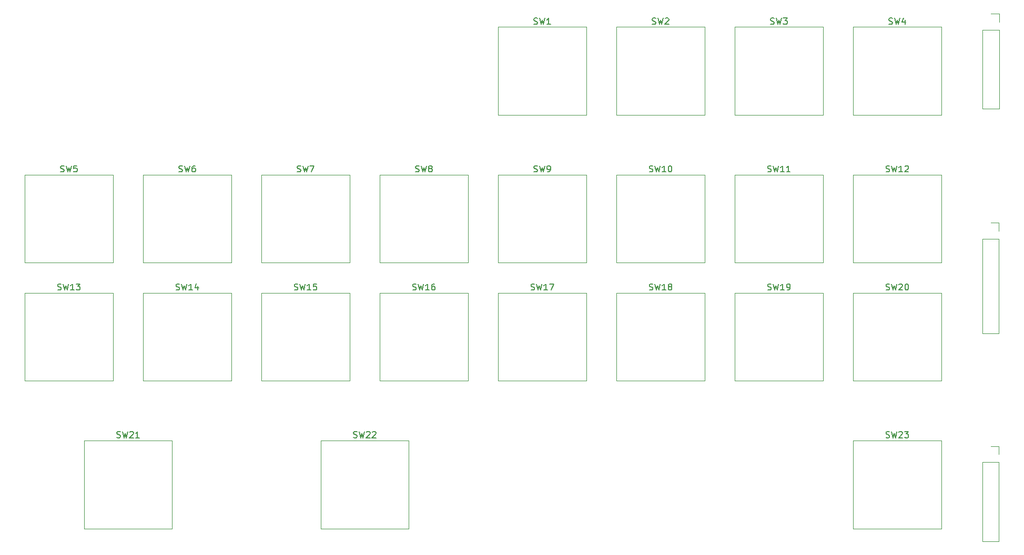
<source format=gbr>
%TF.GenerationSoftware,KiCad,Pcbnew,8.0.8*%
%TF.CreationDate,2025-02-25T14:58:14+00:00*%
%TF.ProjectId,16-steps,31362d73-7465-4707-932e-6b696361645f,rev?*%
%TF.SameCoordinates,Original*%
%TF.FileFunction,Legend,Top*%
%TF.FilePolarity,Positive*%
%FSLAX46Y46*%
G04 Gerber Fmt 4.6, Leading zero omitted, Abs format (unit mm)*
G04 Created by KiCad (PCBNEW 8.0.8) date 2025-02-25 14:58:14*
%MOMM*%
%LPD*%
G01*
G04 APERTURE LIST*
%ADD10C,0.150000*%
%ADD11C,0.120000*%
G04 APERTURE END LIST*
D10*
X169640476Y-73369700D02*
X169783333Y-73417319D01*
X169783333Y-73417319D02*
X170021428Y-73417319D01*
X170021428Y-73417319D02*
X170116666Y-73369700D01*
X170116666Y-73369700D02*
X170164285Y-73322080D01*
X170164285Y-73322080D02*
X170211904Y-73226842D01*
X170211904Y-73226842D02*
X170211904Y-73131604D01*
X170211904Y-73131604D02*
X170164285Y-73036366D01*
X170164285Y-73036366D02*
X170116666Y-72988747D01*
X170116666Y-72988747D02*
X170021428Y-72941128D01*
X170021428Y-72941128D02*
X169830952Y-72893509D01*
X169830952Y-72893509D02*
X169735714Y-72845890D01*
X169735714Y-72845890D02*
X169688095Y-72798271D01*
X169688095Y-72798271D02*
X169640476Y-72703033D01*
X169640476Y-72703033D02*
X169640476Y-72607795D01*
X169640476Y-72607795D02*
X169688095Y-72512557D01*
X169688095Y-72512557D02*
X169735714Y-72464938D01*
X169735714Y-72464938D02*
X169830952Y-72417319D01*
X169830952Y-72417319D02*
X170069047Y-72417319D01*
X170069047Y-72417319D02*
X170211904Y-72464938D01*
X170545238Y-72417319D02*
X170783333Y-73417319D01*
X170783333Y-73417319D02*
X170973809Y-72703033D01*
X170973809Y-72703033D02*
X171164285Y-73417319D01*
X171164285Y-73417319D02*
X171402381Y-72417319D01*
X171735714Y-72512557D02*
X171783333Y-72464938D01*
X171783333Y-72464938D02*
X171878571Y-72417319D01*
X171878571Y-72417319D02*
X172116666Y-72417319D01*
X172116666Y-72417319D02*
X172211904Y-72464938D01*
X172211904Y-72464938D02*
X172259523Y-72512557D01*
X172259523Y-72512557D02*
X172307142Y-72607795D01*
X172307142Y-72607795D02*
X172307142Y-72703033D01*
X172307142Y-72703033D02*
X172259523Y-72845890D01*
X172259523Y-72845890D02*
X171688095Y-73417319D01*
X171688095Y-73417319D02*
X172307142Y-73417319D01*
X172926190Y-72417319D02*
X173021428Y-72417319D01*
X173021428Y-72417319D02*
X173116666Y-72464938D01*
X173116666Y-72464938D02*
X173164285Y-72512557D01*
X173164285Y-72512557D02*
X173211904Y-72607795D01*
X173211904Y-72607795D02*
X173259523Y-72798271D01*
X173259523Y-72798271D02*
X173259523Y-73036366D01*
X173259523Y-73036366D02*
X173211904Y-73226842D01*
X173211904Y-73226842D02*
X173164285Y-73322080D01*
X173164285Y-73322080D02*
X173116666Y-73369700D01*
X173116666Y-73369700D02*
X173021428Y-73417319D01*
X173021428Y-73417319D02*
X172926190Y-73417319D01*
X172926190Y-73417319D02*
X172830952Y-73369700D01*
X172830952Y-73369700D02*
X172783333Y-73322080D01*
X172783333Y-73322080D02*
X172735714Y-73226842D01*
X172735714Y-73226842D02*
X172688095Y-73036366D01*
X172688095Y-73036366D02*
X172688095Y-72798271D01*
X172688095Y-72798271D02*
X172735714Y-72607795D01*
X172735714Y-72607795D02*
X172783333Y-72512557D01*
X172783333Y-72512557D02*
X172830952Y-72464938D01*
X172830952Y-72464938D02*
X172926190Y-72417319D01*
X55340476Y-73369700D02*
X55483333Y-73417319D01*
X55483333Y-73417319D02*
X55721428Y-73417319D01*
X55721428Y-73417319D02*
X55816666Y-73369700D01*
X55816666Y-73369700D02*
X55864285Y-73322080D01*
X55864285Y-73322080D02*
X55911904Y-73226842D01*
X55911904Y-73226842D02*
X55911904Y-73131604D01*
X55911904Y-73131604D02*
X55864285Y-73036366D01*
X55864285Y-73036366D02*
X55816666Y-72988747D01*
X55816666Y-72988747D02*
X55721428Y-72941128D01*
X55721428Y-72941128D02*
X55530952Y-72893509D01*
X55530952Y-72893509D02*
X55435714Y-72845890D01*
X55435714Y-72845890D02*
X55388095Y-72798271D01*
X55388095Y-72798271D02*
X55340476Y-72703033D01*
X55340476Y-72703033D02*
X55340476Y-72607795D01*
X55340476Y-72607795D02*
X55388095Y-72512557D01*
X55388095Y-72512557D02*
X55435714Y-72464938D01*
X55435714Y-72464938D02*
X55530952Y-72417319D01*
X55530952Y-72417319D02*
X55769047Y-72417319D01*
X55769047Y-72417319D02*
X55911904Y-72464938D01*
X56245238Y-72417319D02*
X56483333Y-73417319D01*
X56483333Y-73417319D02*
X56673809Y-72703033D01*
X56673809Y-72703033D02*
X56864285Y-73417319D01*
X56864285Y-73417319D02*
X57102381Y-72417319D01*
X58007142Y-73417319D02*
X57435714Y-73417319D01*
X57721428Y-73417319D02*
X57721428Y-72417319D01*
X57721428Y-72417319D02*
X57626190Y-72560176D01*
X57626190Y-72560176D02*
X57530952Y-72655414D01*
X57530952Y-72655414D02*
X57435714Y-72703033D01*
X58864285Y-72750652D02*
X58864285Y-73417319D01*
X58626190Y-72369700D02*
X58388095Y-73083985D01*
X58388095Y-73083985D02*
X59007142Y-73083985D01*
X36290476Y-73369700D02*
X36433333Y-73417319D01*
X36433333Y-73417319D02*
X36671428Y-73417319D01*
X36671428Y-73417319D02*
X36766666Y-73369700D01*
X36766666Y-73369700D02*
X36814285Y-73322080D01*
X36814285Y-73322080D02*
X36861904Y-73226842D01*
X36861904Y-73226842D02*
X36861904Y-73131604D01*
X36861904Y-73131604D02*
X36814285Y-73036366D01*
X36814285Y-73036366D02*
X36766666Y-72988747D01*
X36766666Y-72988747D02*
X36671428Y-72941128D01*
X36671428Y-72941128D02*
X36480952Y-72893509D01*
X36480952Y-72893509D02*
X36385714Y-72845890D01*
X36385714Y-72845890D02*
X36338095Y-72798271D01*
X36338095Y-72798271D02*
X36290476Y-72703033D01*
X36290476Y-72703033D02*
X36290476Y-72607795D01*
X36290476Y-72607795D02*
X36338095Y-72512557D01*
X36338095Y-72512557D02*
X36385714Y-72464938D01*
X36385714Y-72464938D02*
X36480952Y-72417319D01*
X36480952Y-72417319D02*
X36719047Y-72417319D01*
X36719047Y-72417319D02*
X36861904Y-72464938D01*
X37195238Y-72417319D02*
X37433333Y-73417319D01*
X37433333Y-73417319D02*
X37623809Y-72703033D01*
X37623809Y-72703033D02*
X37814285Y-73417319D01*
X37814285Y-73417319D02*
X38052381Y-72417319D01*
X38957142Y-73417319D02*
X38385714Y-73417319D01*
X38671428Y-73417319D02*
X38671428Y-72417319D01*
X38671428Y-72417319D02*
X38576190Y-72560176D01*
X38576190Y-72560176D02*
X38480952Y-72655414D01*
X38480952Y-72655414D02*
X38385714Y-72703033D01*
X39290476Y-72417319D02*
X39909523Y-72417319D01*
X39909523Y-72417319D02*
X39576190Y-72798271D01*
X39576190Y-72798271D02*
X39719047Y-72798271D01*
X39719047Y-72798271D02*
X39814285Y-72845890D01*
X39814285Y-72845890D02*
X39861904Y-72893509D01*
X39861904Y-72893509D02*
X39909523Y-72988747D01*
X39909523Y-72988747D02*
X39909523Y-73226842D01*
X39909523Y-73226842D02*
X39861904Y-73322080D01*
X39861904Y-73322080D02*
X39814285Y-73369700D01*
X39814285Y-73369700D02*
X39719047Y-73417319D01*
X39719047Y-73417319D02*
X39433333Y-73417319D01*
X39433333Y-73417319D02*
X39338095Y-73369700D01*
X39338095Y-73369700D02*
X39290476Y-73322080D01*
X74866667Y-54319700D02*
X75009524Y-54367319D01*
X75009524Y-54367319D02*
X75247619Y-54367319D01*
X75247619Y-54367319D02*
X75342857Y-54319700D01*
X75342857Y-54319700D02*
X75390476Y-54272080D01*
X75390476Y-54272080D02*
X75438095Y-54176842D01*
X75438095Y-54176842D02*
X75438095Y-54081604D01*
X75438095Y-54081604D02*
X75390476Y-53986366D01*
X75390476Y-53986366D02*
X75342857Y-53938747D01*
X75342857Y-53938747D02*
X75247619Y-53891128D01*
X75247619Y-53891128D02*
X75057143Y-53843509D01*
X75057143Y-53843509D02*
X74961905Y-53795890D01*
X74961905Y-53795890D02*
X74914286Y-53748271D01*
X74914286Y-53748271D02*
X74866667Y-53653033D01*
X74866667Y-53653033D02*
X74866667Y-53557795D01*
X74866667Y-53557795D02*
X74914286Y-53462557D01*
X74914286Y-53462557D02*
X74961905Y-53414938D01*
X74961905Y-53414938D02*
X75057143Y-53367319D01*
X75057143Y-53367319D02*
X75295238Y-53367319D01*
X75295238Y-53367319D02*
X75438095Y-53414938D01*
X75771429Y-53367319D02*
X76009524Y-54367319D01*
X76009524Y-54367319D02*
X76200000Y-53653033D01*
X76200000Y-53653033D02*
X76390476Y-54367319D01*
X76390476Y-54367319D02*
X76628572Y-53367319D01*
X76914286Y-53367319D02*
X77580952Y-53367319D01*
X77580952Y-53367319D02*
X77152381Y-54367319D01*
X74390476Y-73369700D02*
X74533333Y-73417319D01*
X74533333Y-73417319D02*
X74771428Y-73417319D01*
X74771428Y-73417319D02*
X74866666Y-73369700D01*
X74866666Y-73369700D02*
X74914285Y-73322080D01*
X74914285Y-73322080D02*
X74961904Y-73226842D01*
X74961904Y-73226842D02*
X74961904Y-73131604D01*
X74961904Y-73131604D02*
X74914285Y-73036366D01*
X74914285Y-73036366D02*
X74866666Y-72988747D01*
X74866666Y-72988747D02*
X74771428Y-72941128D01*
X74771428Y-72941128D02*
X74580952Y-72893509D01*
X74580952Y-72893509D02*
X74485714Y-72845890D01*
X74485714Y-72845890D02*
X74438095Y-72798271D01*
X74438095Y-72798271D02*
X74390476Y-72703033D01*
X74390476Y-72703033D02*
X74390476Y-72607795D01*
X74390476Y-72607795D02*
X74438095Y-72512557D01*
X74438095Y-72512557D02*
X74485714Y-72464938D01*
X74485714Y-72464938D02*
X74580952Y-72417319D01*
X74580952Y-72417319D02*
X74819047Y-72417319D01*
X74819047Y-72417319D02*
X74961904Y-72464938D01*
X75295238Y-72417319D02*
X75533333Y-73417319D01*
X75533333Y-73417319D02*
X75723809Y-72703033D01*
X75723809Y-72703033D02*
X75914285Y-73417319D01*
X75914285Y-73417319D02*
X76152381Y-72417319D01*
X77057142Y-73417319D02*
X76485714Y-73417319D01*
X76771428Y-73417319D02*
X76771428Y-72417319D01*
X76771428Y-72417319D02*
X76676190Y-72560176D01*
X76676190Y-72560176D02*
X76580952Y-72655414D01*
X76580952Y-72655414D02*
X76485714Y-72703033D01*
X77961904Y-72417319D02*
X77485714Y-72417319D01*
X77485714Y-72417319D02*
X77438095Y-72893509D01*
X77438095Y-72893509D02*
X77485714Y-72845890D01*
X77485714Y-72845890D02*
X77580952Y-72798271D01*
X77580952Y-72798271D02*
X77819047Y-72798271D01*
X77819047Y-72798271D02*
X77914285Y-72845890D01*
X77914285Y-72845890D02*
X77961904Y-72893509D01*
X77961904Y-72893509D02*
X78009523Y-72988747D01*
X78009523Y-72988747D02*
X78009523Y-73226842D01*
X78009523Y-73226842D02*
X77961904Y-73322080D01*
X77961904Y-73322080D02*
X77914285Y-73369700D01*
X77914285Y-73369700D02*
X77819047Y-73417319D01*
X77819047Y-73417319D02*
X77580952Y-73417319D01*
X77580952Y-73417319D02*
X77485714Y-73369700D01*
X77485714Y-73369700D02*
X77438095Y-73322080D01*
X170116667Y-30507200D02*
X170259524Y-30554819D01*
X170259524Y-30554819D02*
X170497619Y-30554819D01*
X170497619Y-30554819D02*
X170592857Y-30507200D01*
X170592857Y-30507200D02*
X170640476Y-30459580D01*
X170640476Y-30459580D02*
X170688095Y-30364342D01*
X170688095Y-30364342D02*
X170688095Y-30269104D01*
X170688095Y-30269104D02*
X170640476Y-30173866D01*
X170640476Y-30173866D02*
X170592857Y-30126247D01*
X170592857Y-30126247D02*
X170497619Y-30078628D01*
X170497619Y-30078628D02*
X170307143Y-30031009D01*
X170307143Y-30031009D02*
X170211905Y-29983390D01*
X170211905Y-29983390D02*
X170164286Y-29935771D01*
X170164286Y-29935771D02*
X170116667Y-29840533D01*
X170116667Y-29840533D02*
X170116667Y-29745295D01*
X170116667Y-29745295D02*
X170164286Y-29650057D01*
X170164286Y-29650057D02*
X170211905Y-29602438D01*
X170211905Y-29602438D02*
X170307143Y-29554819D01*
X170307143Y-29554819D02*
X170545238Y-29554819D01*
X170545238Y-29554819D02*
X170688095Y-29602438D01*
X171021429Y-29554819D02*
X171259524Y-30554819D01*
X171259524Y-30554819D02*
X171450000Y-29840533D01*
X171450000Y-29840533D02*
X171640476Y-30554819D01*
X171640476Y-30554819D02*
X171878572Y-29554819D01*
X172688095Y-29888152D02*
X172688095Y-30554819D01*
X172450000Y-29507200D02*
X172211905Y-30221485D01*
X172211905Y-30221485D02*
X172830952Y-30221485D01*
X93440476Y-73369700D02*
X93583333Y-73417319D01*
X93583333Y-73417319D02*
X93821428Y-73417319D01*
X93821428Y-73417319D02*
X93916666Y-73369700D01*
X93916666Y-73369700D02*
X93964285Y-73322080D01*
X93964285Y-73322080D02*
X94011904Y-73226842D01*
X94011904Y-73226842D02*
X94011904Y-73131604D01*
X94011904Y-73131604D02*
X93964285Y-73036366D01*
X93964285Y-73036366D02*
X93916666Y-72988747D01*
X93916666Y-72988747D02*
X93821428Y-72941128D01*
X93821428Y-72941128D02*
X93630952Y-72893509D01*
X93630952Y-72893509D02*
X93535714Y-72845890D01*
X93535714Y-72845890D02*
X93488095Y-72798271D01*
X93488095Y-72798271D02*
X93440476Y-72703033D01*
X93440476Y-72703033D02*
X93440476Y-72607795D01*
X93440476Y-72607795D02*
X93488095Y-72512557D01*
X93488095Y-72512557D02*
X93535714Y-72464938D01*
X93535714Y-72464938D02*
X93630952Y-72417319D01*
X93630952Y-72417319D02*
X93869047Y-72417319D01*
X93869047Y-72417319D02*
X94011904Y-72464938D01*
X94345238Y-72417319D02*
X94583333Y-73417319D01*
X94583333Y-73417319D02*
X94773809Y-72703033D01*
X94773809Y-72703033D02*
X94964285Y-73417319D01*
X94964285Y-73417319D02*
X95202381Y-72417319D01*
X96107142Y-73417319D02*
X95535714Y-73417319D01*
X95821428Y-73417319D02*
X95821428Y-72417319D01*
X95821428Y-72417319D02*
X95726190Y-72560176D01*
X95726190Y-72560176D02*
X95630952Y-72655414D01*
X95630952Y-72655414D02*
X95535714Y-72703033D01*
X96964285Y-72417319D02*
X96773809Y-72417319D01*
X96773809Y-72417319D02*
X96678571Y-72464938D01*
X96678571Y-72464938D02*
X96630952Y-72512557D01*
X96630952Y-72512557D02*
X96535714Y-72655414D01*
X96535714Y-72655414D02*
X96488095Y-72845890D01*
X96488095Y-72845890D02*
X96488095Y-73226842D01*
X96488095Y-73226842D02*
X96535714Y-73322080D01*
X96535714Y-73322080D02*
X96583333Y-73369700D01*
X96583333Y-73369700D02*
X96678571Y-73417319D01*
X96678571Y-73417319D02*
X96869047Y-73417319D01*
X96869047Y-73417319D02*
X96964285Y-73369700D01*
X96964285Y-73369700D02*
X97011904Y-73322080D01*
X97011904Y-73322080D02*
X97059523Y-73226842D01*
X97059523Y-73226842D02*
X97059523Y-72988747D01*
X97059523Y-72988747D02*
X97011904Y-72893509D01*
X97011904Y-72893509D02*
X96964285Y-72845890D01*
X96964285Y-72845890D02*
X96869047Y-72798271D01*
X96869047Y-72798271D02*
X96678571Y-72798271D01*
X96678571Y-72798271D02*
X96583333Y-72845890D01*
X96583333Y-72845890D02*
X96535714Y-72893509D01*
X96535714Y-72893509D02*
X96488095Y-72988747D01*
X132016667Y-30507200D02*
X132159524Y-30554819D01*
X132159524Y-30554819D02*
X132397619Y-30554819D01*
X132397619Y-30554819D02*
X132492857Y-30507200D01*
X132492857Y-30507200D02*
X132540476Y-30459580D01*
X132540476Y-30459580D02*
X132588095Y-30364342D01*
X132588095Y-30364342D02*
X132588095Y-30269104D01*
X132588095Y-30269104D02*
X132540476Y-30173866D01*
X132540476Y-30173866D02*
X132492857Y-30126247D01*
X132492857Y-30126247D02*
X132397619Y-30078628D01*
X132397619Y-30078628D02*
X132207143Y-30031009D01*
X132207143Y-30031009D02*
X132111905Y-29983390D01*
X132111905Y-29983390D02*
X132064286Y-29935771D01*
X132064286Y-29935771D02*
X132016667Y-29840533D01*
X132016667Y-29840533D02*
X132016667Y-29745295D01*
X132016667Y-29745295D02*
X132064286Y-29650057D01*
X132064286Y-29650057D02*
X132111905Y-29602438D01*
X132111905Y-29602438D02*
X132207143Y-29554819D01*
X132207143Y-29554819D02*
X132445238Y-29554819D01*
X132445238Y-29554819D02*
X132588095Y-29602438D01*
X132921429Y-29554819D02*
X133159524Y-30554819D01*
X133159524Y-30554819D02*
X133350000Y-29840533D01*
X133350000Y-29840533D02*
X133540476Y-30554819D01*
X133540476Y-30554819D02*
X133778572Y-29554819D01*
X134111905Y-29650057D02*
X134159524Y-29602438D01*
X134159524Y-29602438D02*
X134254762Y-29554819D01*
X134254762Y-29554819D02*
X134492857Y-29554819D01*
X134492857Y-29554819D02*
X134588095Y-29602438D01*
X134588095Y-29602438D02*
X134635714Y-29650057D01*
X134635714Y-29650057D02*
X134683333Y-29745295D01*
X134683333Y-29745295D02*
X134683333Y-29840533D01*
X134683333Y-29840533D02*
X134635714Y-29983390D01*
X134635714Y-29983390D02*
X134064286Y-30554819D01*
X134064286Y-30554819D02*
X134683333Y-30554819D01*
X36766667Y-54319700D02*
X36909524Y-54367319D01*
X36909524Y-54367319D02*
X37147619Y-54367319D01*
X37147619Y-54367319D02*
X37242857Y-54319700D01*
X37242857Y-54319700D02*
X37290476Y-54272080D01*
X37290476Y-54272080D02*
X37338095Y-54176842D01*
X37338095Y-54176842D02*
X37338095Y-54081604D01*
X37338095Y-54081604D02*
X37290476Y-53986366D01*
X37290476Y-53986366D02*
X37242857Y-53938747D01*
X37242857Y-53938747D02*
X37147619Y-53891128D01*
X37147619Y-53891128D02*
X36957143Y-53843509D01*
X36957143Y-53843509D02*
X36861905Y-53795890D01*
X36861905Y-53795890D02*
X36814286Y-53748271D01*
X36814286Y-53748271D02*
X36766667Y-53653033D01*
X36766667Y-53653033D02*
X36766667Y-53557795D01*
X36766667Y-53557795D02*
X36814286Y-53462557D01*
X36814286Y-53462557D02*
X36861905Y-53414938D01*
X36861905Y-53414938D02*
X36957143Y-53367319D01*
X36957143Y-53367319D02*
X37195238Y-53367319D01*
X37195238Y-53367319D02*
X37338095Y-53414938D01*
X37671429Y-53367319D02*
X37909524Y-54367319D01*
X37909524Y-54367319D02*
X38100000Y-53653033D01*
X38100000Y-53653033D02*
X38290476Y-54367319D01*
X38290476Y-54367319D02*
X38528572Y-53367319D01*
X39385714Y-53367319D02*
X38909524Y-53367319D01*
X38909524Y-53367319D02*
X38861905Y-53843509D01*
X38861905Y-53843509D02*
X38909524Y-53795890D01*
X38909524Y-53795890D02*
X39004762Y-53748271D01*
X39004762Y-53748271D02*
X39242857Y-53748271D01*
X39242857Y-53748271D02*
X39338095Y-53795890D01*
X39338095Y-53795890D02*
X39385714Y-53843509D01*
X39385714Y-53843509D02*
X39433333Y-53938747D01*
X39433333Y-53938747D02*
X39433333Y-54176842D01*
X39433333Y-54176842D02*
X39385714Y-54272080D01*
X39385714Y-54272080D02*
X39338095Y-54319700D01*
X39338095Y-54319700D02*
X39242857Y-54367319D01*
X39242857Y-54367319D02*
X39004762Y-54367319D01*
X39004762Y-54367319D02*
X38909524Y-54319700D01*
X38909524Y-54319700D02*
X38861905Y-54272080D01*
X150590476Y-54319700D02*
X150733333Y-54367319D01*
X150733333Y-54367319D02*
X150971428Y-54367319D01*
X150971428Y-54367319D02*
X151066666Y-54319700D01*
X151066666Y-54319700D02*
X151114285Y-54272080D01*
X151114285Y-54272080D02*
X151161904Y-54176842D01*
X151161904Y-54176842D02*
X151161904Y-54081604D01*
X151161904Y-54081604D02*
X151114285Y-53986366D01*
X151114285Y-53986366D02*
X151066666Y-53938747D01*
X151066666Y-53938747D02*
X150971428Y-53891128D01*
X150971428Y-53891128D02*
X150780952Y-53843509D01*
X150780952Y-53843509D02*
X150685714Y-53795890D01*
X150685714Y-53795890D02*
X150638095Y-53748271D01*
X150638095Y-53748271D02*
X150590476Y-53653033D01*
X150590476Y-53653033D02*
X150590476Y-53557795D01*
X150590476Y-53557795D02*
X150638095Y-53462557D01*
X150638095Y-53462557D02*
X150685714Y-53414938D01*
X150685714Y-53414938D02*
X150780952Y-53367319D01*
X150780952Y-53367319D02*
X151019047Y-53367319D01*
X151019047Y-53367319D02*
X151161904Y-53414938D01*
X151495238Y-53367319D02*
X151733333Y-54367319D01*
X151733333Y-54367319D02*
X151923809Y-53653033D01*
X151923809Y-53653033D02*
X152114285Y-54367319D01*
X152114285Y-54367319D02*
X152352381Y-53367319D01*
X153257142Y-54367319D02*
X152685714Y-54367319D01*
X152971428Y-54367319D02*
X152971428Y-53367319D01*
X152971428Y-53367319D02*
X152876190Y-53510176D01*
X152876190Y-53510176D02*
X152780952Y-53605414D01*
X152780952Y-53605414D02*
X152685714Y-53653033D01*
X154209523Y-54367319D02*
X153638095Y-54367319D01*
X153923809Y-54367319D02*
X153923809Y-53367319D01*
X153923809Y-53367319D02*
X153828571Y-53510176D01*
X153828571Y-53510176D02*
X153733333Y-53605414D01*
X153733333Y-53605414D02*
X153638095Y-53653033D01*
X112966667Y-30507200D02*
X113109524Y-30554819D01*
X113109524Y-30554819D02*
X113347619Y-30554819D01*
X113347619Y-30554819D02*
X113442857Y-30507200D01*
X113442857Y-30507200D02*
X113490476Y-30459580D01*
X113490476Y-30459580D02*
X113538095Y-30364342D01*
X113538095Y-30364342D02*
X113538095Y-30269104D01*
X113538095Y-30269104D02*
X113490476Y-30173866D01*
X113490476Y-30173866D02*
X113442857Y-30126247D01*
X113442857Y-30126247D02*
X113347619Y-30078628D01*
X113347619Y-30078628D02*
X113157143Y-30031009D01*
X113157143Y-30031009D02*
X113061905Y-29983390D01*
X113061905Y-29983390D02*
X113014286Y-29935771D01*
X113014286Y-29935771D02*
X112966667Y-29840533D01*
X112966667Y-29840533D02*
X112966667Y-29745295D01*
X112966667Y-29745295D02*
X113014286Y-29650057D01*
X113014286Y-29650057D02*
X113061905Y-29602438D01*
X113061905Y-29602438D02*
X113157143Y-29554819D01*
X113157143Y-29554819D02*
X113395238Y-29554819D01*
X113395238Y-29554819D02*
X113538095Y-29602438D01*
X113871429Y-29554819D02*
X114109524Y-30554819D01*
X114109524Y-30554819D02*
X114300000Y-29840533D01*
X114300000Y-29840533D02*
X114490476Y-30554819D01*
X114490476Y-30554819D02*
X114728572Y-29554819D01*
X115633333Y-30554819D02*
X115061905Y-30554819D01*
X115347619Y-30554819D02*
X115347619Y-29554819D01*
X115347619Y-29554819D02*
X115252381Y-29697676D01*
X115252381Y-29697676D02*
X115157143Y-29792914D01*
X115157143Y-29792914D02*
X115061905Y-29840533D01*
X112490476Y-73369700D02*
X112633333Y-73417319D01*
X112633333Y-73417319D02*
X112871428Y-73417319D01*
X112871428Y-73417319D02*
X112966666Y-73369700D01*
X112966666Y-73369700D02*
X113014285Y-73322080D01*
X113014285Y-73322080D02*
X113061904Y-73226842D01*
X113061904Y-73226842D02*
X113061904Y-73131604D01*
X113061904Y-73131604D02*
X113014285Y-73036366D01*
X113014285Y-73036366D02*
X112966666Y-72988747D01*
X112966666Y-72988747D02*
X112871428Y-72941128D01*
X112871428Y-72941128D02*
X112680952Y-72893509D01*
X112680952Y-72893509D02*
X112585714Y-72845890D01*
X112585714Y-72845890D02*
X112538095Y-72798271D01*
X112538095Y-72798271D02*
X112490476Y-72703033D01*
X112490476Y-72703033D02*
X112490476Y-72607795D01*
X112490476Y-72607795D02*
X112538095Y-72512557D01*
X112538095Y-72512557D02*
X112585714Y-72464938D01*
X112585714Y-72464938D02*
X112680952Y-72417319D01*
X112680952Y-72417319D02*
X112919047Y-72417319D01*
X112919047Y-72417319D02*
X113061904Y-72464938D01*
X113395238Y-72417319D02*
X113633333Y-73417319D01*
X113633333Y-73417319D02*
X113823809Y-72703033D01*
X113823809Y-72703033D02*
X114014285Y-73417319D01*
X114014285Y-73417319D02*
X114252381Y-72417319D01*
X115157142Y-73417319D02*
X114585714Y-73417319D01*
X114871428Y-73417319D02*
X114871428Y-72417319D01*
X114871428Y-72417319D02*
X114776190Y-72560176D01*
X114776190Y-72560176D02*
X114680952Y-72655414D01*
X114680952Y-72655414D02*
X114585714Y-72703033D01*
X115490476Y-72417319D02*
X116157142Y-72417319D01*
X116157142Y-72417319D02*
X115728571Y-73417319D01*
X131540476Y-73369700D02*
X131683333Y-73417319D01*
X131683333Y-73417319D02*
X131921428Y-73417319D01*
X131921428Y-73417319D02*
X132016666Y-73369700D01*
X132016666Y-73369700D02*
X132064285Y-73322080D01*
X132064285Y-73322080D02*
X132111904Y-73226842D01*
X132111904Y-73226842D02*
X132111904Y-73131604D01*
X132111904Y-73131604D02*
X132064285Y-73036366D01*
X132064285Y-73036366D02*
X132016666Y-72988747D01*
X132016666Y-72988747D02*
X131921428Y-72941128D01*
X131921428Y-72941128D02*
X131730952Y-72893509D01*
X131730952Y-72893509D02*
X131635714Y-72845890D01*
X131635714Y-72845890D02*
X131588095Y-72798271D01*
X131588095Y-72798271D02*
X131540476Y-72703033D01*
X131540476Y-72703033D02*
X131540476Y-72607795D01*
X131540476Y-72607795D02*
X131588095Y-72512557D01*
X131588095Y-72512557D02*
X131635714Y-72464938D01*
X131635714Y-72464938D02*
X131730952Y-72417319D01*
X131730952Y-72417319D02*
X131969047Y-72417319D01*
X131969047Y-72417319D02*
X132111904Y-72464938D01*
X132445238Y-72417319D02*
X132683333Y-73417319D01*
X132683333Y-73417319D02*
X132873809Y-72703033D01*
X132873809Y-72703033D02*
X133064285Y-73417319D01*
X133064285Y-73417319D02*
X133302381Y-72417319D01*
X134207142Y-73417319D02*
X133635714Y-73417319D01*
X133921428Y-73417319D02*
X133921428Y-72417319D01*
X133921428Y-72417319D02*
X133826190Y-72560176D01*
X133826190Y-72560176D02*
X133730952Y-72655414D01*
X133730952Y-72655414D02*
X133635714Y-72703033D01*
X134778571Y-72845890D02*
X134683333Y-72798271D01*
X134683333Y-72798271D02*
X134635714Y-72750652D01*
X134635714Y-72750652D02*
X134588095Y-72655414D01*
X134588095Y-72655414D02*
X134588095Y-72607795D01*
X134588095Y-72607795D02*
X134635714Y-72512557D01*
X134635714Y-72512557D02*
X134683333Y-72464938D01*
X134683333Y-72464938D02*
X134778571Y-72417319D01*
X134778571Y-72417319D02*
X134969047Y-72417319D01*
X134969047Y-72417319D02*
X135064285Y-72464938D01*
X135064285Y-72464938D02*
X135111904Y-72512557D01*
X135111904Y-72512557D02*
X135159523Y-72607795D01*
X135159523Y-72607795D02*
X135159523Y-72655414D01*
X135159523Y-72655414D02*
X135111904Y-72750652D01*
X135111904Y-72750652D02*
X135064285Y-72798271D01*
X135064285Y-72798271D02*
X134969047Y-72845890D01*
X134969047Y-72845890D02*
X134778571Y-72845890D01*
X134778571Y-72845890D02*
X134683333Y-72893509D01*
X134683333Y-72893509D02*
X134635714Y-72941128D01*
X134635714Y-72941128D02*
X134588095Y-73036366D01*
X134588095Y-73036366D02*
X134588095Y-73226842D01*
X134588095Y-73226842D02*
X134635714Y-73322080D01*
X134635714Y-73322080D02*
X134683333Y-73369700D01*
X134683333Y-73369700D02*
X134778571Y-73417319D01*
X134778571Y-73417319D02*
X134969047Y-73417319D01*
X134969047Y-73417319D02*
X135064285Y-73369700D01*
X135064285Y-73369700D02*
X135111904Y-73322080D01*
X135111904Y-73322080D02*
X135159523Y-73226842D01*
X135159523Y-73226842D02*
X135159523Y-73036366D01*
X135159523Y-73036366D02*
X135111904Y-72941128D01*
X135111904Y-72941128D02*
X135064285Y-72893509D01*
X135064285Y-72893509D02*
X134969047Y-72845890D01*
X169640476Y-54319700D02*
X169783333Y-54367319D01*
X169783333Y-54367319D02*
X170021428Y-54367319D01*
X170021428Y-54367319D02*
X170116666Y-54319700D01*
X170116666Y-54319700D02*
X170164285Y-54272080D01*
X170164285Y-54272080D02*
X170211904Y-54176842D01*
X170211904Y-54176842D02*
X170211904Y-54081604D01*
X170211904Y-54081604D02*
X170164285Y-53986366D01*
X170164285Y-53986366D02*
X170116666Y-53938747D01*
X170116666Y-53938747D02*
X170021428Y-53891128D01*
X170021428Y-53891128D02*
X169830952Y-53843509D01*
X169830952Y-53843509D02*
X169735714Y-53795890D01*
X169735714Y-53795890D02*
X169688095Y-53748271D01*
X169688095Y-53748271D02*
X169640476Y-53653033D01*
X169640476Y-53653033D02*
X169640476Y-53557795D01*
X169640476Y-53557795D02*
X169688095Y-53462557D01*
X169688095Y-53462557D02*
X169735714Y-53414938D01*
X169735714Y-53414938D02*
X169830952Y-53367319D01*
X169830952Y-53367319D02*
X170069047Y-53367319D01*
X170069047Y-53367319D02*
X170211904Y-53414938D01*
X170545238Y-53367319D02*
X170783333Y-54367319D01*
X170783333Y-54367319D02*
X170973809Y-53653033D01*
X170973809Y-53653033D02*
X171164285Y-54367319D01*
X171164285Y-54367319D02*
X171402381Y-53367319D01*
X172307142Y-54367319D02*
X171735714Y-54367319D01*
X172021428Y-54367319D02*
X172021428Y-53367319D01*
X172021428Y-53367319D02*
X171926190Y-53510176D01*
X171926190Y-53510176D02*
X171830952Y-53605414D01*
X171830952Y-53605414D02*
X171735714Y-53653033D01*
X172688095Y-53462557D02*
X172735714Y-53414938D01*
X172735714Y-53414938D02*
X172830952Y-53367319D01*
X172830952Y-53367319D02*
X173069047Y-53367319D01*
X173069047Y-53367319D02*
X173164285Y-53414938D01*
X173164285Y-53414938D02*
X173211904Y-53462557D01*
X173211904Y-53462557D02*
X173259523Y-53557795D01*
X173259523Y-53557795D02*
X173259523Y-53653033D01*
X173259523Y-53653033D02*
X173211904Y-53795890D01*
X173211904Y-53795890D02*
X172640476Y-54367319D01*
X172640476Y-54367319D02*
X173259523Y-54367319D01*
X112966667Y-54319700D02*
X113109524Y-54367319D01*
X113109524Y-54367319D02*
X113347619Y-54367319D01*
X113347619Y-54367319D02*
X113442857Y-54319700D01*
X113442857Y-54319700D02*
X113490476Y-54272080D01*
X113490476Y-54272080D02*
X113538095Y-54176842D01*
X113538095Y-54176842D02*
X113538095Y-54081604D01*
X113538095Y-54081604D02*
X113490476Y-53986366D01*
X113490476Y-53986366D02*
X113442857Y-53938747D01*
X113442857Y-53938747D02*
X113347619Y-53891128D01*
X113347619Y-53891128D02*
X113157143Y-53843509D01*
X113157143Y-53843509D02*
X113061905Y-53795890D01*
X113061905Y-53795890D02*
X113014286Y-53748271D01*
X113014286Y-53748271D02*
X112966667Y-53653033D01*
X112966667Y-53653033D02*
X112966667Y-53557795D01*
X112966667Y-53557795D02*
X113014286Y-53462557D01*
X113014286Y-53462557D02*
X113061905Y-53414938D01*
X113061905Y-53414938D02*
X113157143Y-53367319D01*
X113157143Y-53367319D02*
X113395238Y-53367319D01*
X113395238Y-53367319D02*
X113538095Y-53414938D01*
X113871429Y-53367319D02*
X114109524Y-54367319D01*
X114109524Y-54367319D02*
X114300000Y-53653033D01*
X114300000Y-53653033D02*
X114490476Y-54367319D01*
X114490476Y-54367319D02*
X114728572Y-53367319D01*
X115157143Y-54367319D02*
X115347619Y-54367319D01*
X115347619Y-54367319D02*
X115442857Y-54319700D01*
X115442857Y-54319700D02*
X115490476Y-54272080D01*
X115490476Y-54272080D02*
X115585714Y-54129223D01*
X115585714Y-54129223D02*
X115633333Y-53938747D01*
X115633333Y-53938747D02*
X115633333Y-53557795D01*
X115633333Y-53557795D02*
X115585714Y-53462557D01*
X115585714Y-53462557D02*
X115538095Y-53414938D01*
X115538095Y-53414938D02*
X115442857Y-53367319D01*
X115442857Y-53367319D02*
X115252381Y-53367319D01*
X115252381Y-53367319D02*
X115157143Y-53414938D01*
X115157143Y-53414938D02*
X115109524Y-53462557D01*
X115109524Y-53462557D02*
X115061905Y-53557795D01*
X115061905Y-53557795D02*
X115061905Y-53795890D01*
X115061905Y-53795890D02*
X115109524Y-53891128D01*
X115109524Y-53891128D02*
X115157143Y-53938747D01*
X115157143Y-53938747D02*
X115252381Y-53986366D01*
X115252381Y-53986366D02*
X115442857Y-53986366D01*
X115442857Y-53986366D02*
X115538095Y-53938747D01*
X115538095Y-53938747D02*
X115585714Y-53891128D01*
X115585714Y-53891128D02*
X115633333Y-53795890D01*
X93916667Y-54319700D02*
X94059524Y-54367319D01*
X94059524Y-54367319D02*
X94297619Y-54367319D01*
X94297619Y-54367319D02*
X94392857Y-54319700D01*
X94392857Y-54319700D02*
X94440476Y-54272080D01*
X94440476Y-54272080D02*
X94488095Y-54176842D01*
X94488095Y-54176842D02*
X94488095Y-54081604D01*
X94488095Y-54081604D02*
X94440476Y-53986366D01*
X94440476Y-53986366D02*
X94392857Y-53938747D01*
X94392857Y-53938747D02*
X94297619Y-53891128D01*
X94297619Y-53891128D02*
X94107143Y-53843509D01*
X94107143Y-53843509D02*
X94011905Y-53795890D01*
X94011905Y-53795890D02*
X93964286Y-53748271D01*
X93964286Y-53748271D02*
X93916667Y-53653033D01*
X93916667Y-53653033D02*
X93916667Y-53557795D01*
X93916667Y-53557795D02*
X93964286Y-53462557D01*
X93964286Y-53462557D02*
X94011905Y-53414938D01*
X94011905Y-53414938D02*
X94107143Y-53367319D01*
X94107143Y-53367319D02*
X94345238Y-53367319D01*
X94345238Y-53367319D02*
X94488095Y-53414938D01*
X94821429Y-53367319D02*
X95059524Y-54367319D01*
X95059524Y-54367319D02*
X95250000Y-53653033D01*
X95250000Y-53653033D02*
X95440476Y-54367319D01*
X95440476Y-54367319D02*
X95678572Y-53367319D01*
X96202381Y-53795890D02*
X96107143Y-53748271D01*
X96107143Y-53748271D02*
X96059524Y-53700652D01*
X96059524Y-53700652D02*
X96011905Y-53605414D01*
X96011905Y-53605414D02*
X96011905Y-53557795D01*
X96011905Y-53557795D02*
X96059524Y-53462557D01*
X96059524Y-53462557D02*
X96107143Y-53414938D01*
X96107143Y-53414938D02*
X96202381Y-53367319D01*
X96202381Y-53367319D02*
X96392857Y-53367319D01*
X96392857Y-53367319D02*
X96488095Y-53414938D01*
X96488095Y-53414938D02*
X96535714Y-53462557D01*
X96535714Y-53462557D02*
X96583333Y-53557795D01*
X96583333Y-53557795D02*
X96583333Y-53605414D01*
X96583333Y-53605414D02*
X96535714Y-53700652D01*
X96535714Y-53700652D02*
X96488095Y-53748271D01*
X96488095Y-53748271D02*
X96392857Y-53795890D01*
X96392857Y-53795890D02*
X96202381Y-53795890D01*
X96202381Y-53795890D02*
X96107143Y-53843509D01*
X96107143Y-53843509D02*
X96059524Y-53891128D01*
X96059524Y-53891128D02*
X96011905Y-53986366D01*
X96011905Y-53986366D02*
X96011905Y-54176842D01*
X96011905Y-54176842D02*
X96059524Y-54272080D01*
X96059524Y-54272080D02*
X96107143Y-54319700D01*
X96107143Y-54319700D02*
X96202381Y-54367319D01*
X96202381Y-54367319D02*
X96392857Y-54367319D01*
X96392857Y-54367319D02*
X96488095Y-54319700D01*
X96488095Y-54319700D02*
X96535714Y-54272080D01*
X96535714Y-54272080D02*
X96583333Y-54176842D01*
X96583333Y-54176842D02*
X96583333Y-53986366D01*
X96583333Y-53986366D02*
X96535714Y-53891128D01*
X96535714Y-53891128D02*
X96488095Y-53843509D01*
X96488095Y-53843509D02*
X96392857Y-53795890D01*
X151066667Y-30507200D02*
X151209524Y-30554819D01*
X151209524Y-30554819D02*
X151447619Y-30554819D01*
X151447619Y-30554819D02*
X151542857Y-30507200D01*
X151542857Y-30507200D02*
X151590476Y-30459580D01*
X151590476Y-30459580D02*
X151638095Y-30364342D01*
X151638095Y-30364342D02*
X151638095Y-30269104D01*
X151638095Y-30269104D02*
X151590476Y-30173866D01*
X151590476Y-30173866D02*
X151542857Y-30126247D01*
X151542857Y-30126247D02*
X151447619Y-30078628D01*
X151447619Y-30078628D02*
X151257143Y-30031009D01*
X151257143Y-30031009D02*
X151161905Y-29983390D01*
X151161905Y-29983390D02*
X151114286Y-29935771D01*
X151114286Y-29935771D02*
X151066667Y-29840533D01*
X151066667Y-29840533D02*
X151066667Y-29745295D01*
X151066667Y-29745295D02*
X151114286Y-29650057D01*
X151114286Y-29650057D02*
X151161905Y-29602438D01*
X151161905Y-29602438D02*
X151257143Y-29554819D01*
X151257143Y-29554819D02*
X151495238Y-29554819D01*
X151495238Y-29554819D02*
X151638095Y-29602438D01*
X151971429Y-29554819D02*
X152209524Y-30554819D01*
X152209524Y-30554819D02*
X152400000Y-29840533D01*
X152400000Y-29840533D02*
X152590476Y-30554819D01*
X152590476Y-30554819D02*
X152828572Y-29554819D01*
X153114286Y-29554819D02*
X153733333Y-29554819D01*
X153733333Y-29554819D02*
X153400000Y-29935771D01*
X153400000Y-29935771D02*
X153542857Y-29935771D01*
X153542857Y-29935771D02*
X153638095Y-29983390D01*
X153638095Y-29983390D02*
X153685714Y-30031009D01*
X153685714Y-30031009D02*
X153733333Y-30126247D01*
X153733333Y-30126247D02*
X153733333Y-30364342D01*
X153733333Y-30364342D02*
X153685714Y-30459580D01*
X153685714Y-30459580D02*
X153638095Y-30507200D01*
X153638095Y-30507200D02*
X153542857Y-30554819D01*
X153542857Y-30554819D02*
X153257143Y-30554819D01*
X153257143Y-30554819D02*
X153161905Y-30507200D01*
X153161905Y-30507200D02*
X153114286Y-30459580D01*
X150590476Y-73369700D02*
X150733333Y-73417319D01*
X150733333Y-73417319D02*
X150971428Y-73417319D01*
X150971428Y-73417319D02*
X151066666Y-73369700D01*
X151066666Y-73369700D02*
X151114285Y-73322080D01*
X151114285Y-73322080D02*
X151161904Y-73226842D01*
X151161904Y-73226842D02*
X151161904Y-73131604D01*
X151161904Y-73131604D02*
X151114285Y-73036366D01*
X151114285Y-73036366D02*
X151066666Y-72988747D01*
X151066666Y-72988747D02*
X150971428Y-72941128D01*
X150971428Y-72941128D02*
X150780952Y-72893509D01*
X150780952Y-72893509D02*
X150685714Y-72845890D01*
X150685714Y-72845890D02*
X150638095Y-72798271D01*
X150638095Y-72798271D02*
X150590476Y-72703033D01*
X150590476Y-72703033D02*
X150590476Y-72607795D01*
X150590476Y-72607795D02*
X150638095Y-72512557D01*
X150638095Y-72512557D02*
X150685714Y-72464938D01*
X150685714Y-72464938D02*
X150780952Y-72417319D01*
X150780952Y-72417319D02*
X151019047Y-72417319D01*
X151019047Y-72417319D02*
X151161904Y-72464938D01*
X151495238Y-72417319D02*
X151733333Y-73417319D01*
X151733333Y-73417319D02*
X151923809Y-72703033D01*
X151923809Y-72703033D02*
X152114285Y-73417319D01*
X152114285Y-73417319D02*
X152352381Y-72417319D01*
X153257142Y-73417319D02*
X152685714Y-73417319D01*
X152971428Y-73417319D02*
X152971428Y-72417319D01*
X152971428Y-72417319D02*
X152876190Y-72560176D01*
X152876190Y-72560176D02*
X152780952Y-72655414D01*
X152780952Y-72655414D02*
X152685714Y-72703033D01*
X153733333Y-73417319D02*
X153923809Y-73417319D01*
X153923809Y-73417319D02*
X154019047Y-73369700D01*
X154019047Y-73369700D02*
X154066666Y-73322080D01*
X154066666Y-73322080D02*
X154161904Y-73179223D01*
X154161904Y-73179223D02*
X154209523Y-72988747D01*
X154209523Y-72988747D02*
X154209523Y-72607795D01*
X154209523Y-72607795D02*
X154161904Y-72512557D01*
X154161904Y-72512557D02*
X154114285Y-72464938D01*
X154114285Y-72464938D02*
X154019047Y-72417319D01*
X154019047Y-72417319D02*
X153828571Y-72417319D01*
X153828571Y-72417319D02*
X153733333Y-72464938D01*
X153733333Y-72464938D02*
X153685714Y-72512557D01*
X153685714Y-72512557D02*
X153638095Y-72607795D01*
X153638095Y-72607795D02*
X153638095Y-72845890D01*
X153638095Y-72845890D02*
X153685714Y-72941128D01*
X153685714Y-72941128D02*
X153733333Y-72988747D01*
X153733333Y-72988747D02*
X153828571Y-73036366D01*
X153828571Y-73036366D02*
X154019047Y-73036366D01*
X154019047Y-73036366D02*
X154114285Y-72988747D01*
X154114285Y-72988747D02*
X154161904Y-72941128D01*
X154161904Y-72941128D02*
X154209523Y-72845890D01*
X55816667Y-54319700D02*
X55959524Y-54367319D01*
X55959524Y-54367319D02*
X56197619Y-54367319D01*
X56197619Y-54367319D02*
X56292857Y-54319700D01*
X56292857Y-54319700D02*
X56340476Y-54272080D01*
X56340476Y-54272080D02*
X56388095Y-54176842D01*
X56388095Y-54176842D02*
X56388095Y-54081604D01*
X56388095Y-54081604D02*
X56340476Y-53986366D01*
X56340476Y-53986366D02*
X56292857Y-53938747D01*
X56292857Y-53938747D02*
X56197619Y-53891128D01*
X56197619Y-53891128D02*
X56007143Y-53843509D01*
X56007143Y-53843509D02*
X55911905Y-53795890D01*
X55911905Y-53795890D02*
X55864286Y-53748271D01*
X55864286Y-53748271D02*
X55816667Y-53653033D01*
X55816667Y-53653033D02*
X55816667Y-53557795D01*
X55816667Y-53557795D02*
X55864286Y-53462557D01*
X55864286Y-53462557D02*
X55911905Y-53414938D01*
X55911905Y-53414938D02*
X56007143Y-53367319D01*
X56007143Y-53367319D02*
X56245238Y-53367319D01*
X56245238Y-53367319D02*
X56388095Y-53414938D01*
X56721429Y-53367319D02*
X56959524Y-54367319D01*
X56959524Y-54367319D02*
X57150000Y-53653033D01*
X57150000Y-53653033D02*
X57340476Y-54367319D01*
X57340476Y-54367319D02*
X57578572Y-53367319D01*
X58388095Y-53367319D02*
X58197619Y-53367319D01*
X58197619Y-53367319D02*
X58102381Y-53414938D01*
X58102381Y-53414938D02*
X58054762Y-53462557D01*
X58054762Y-53462557D02*
X57959524Y-53605414D01*
X57959524Y-53605414D02*
X57911905Y-53795890D01*
X57911905Y-53795890D02*
X57911905Y-54176842D01*
X57911905Y-54176842D02*
X57959524Y-54272080D01*
X57959524Y-54272080D02*
X58007143Y-54319700D01*
X58007143Y-54319700D02*
X58102381Y-54367319D01*
X58102381Y-54367319D02*
X58292857Y-54367319D01*
X58292857Y-54367319D02*
X58388095Y-54319700D01*
X58388095Y-54319700D02*
X58435714Y-54272080D01*
X58435714Y-54272080D02*
X58483333Y-54176842D01*
X58483333Y-54176842D02*
X58483333Y-53938747D01*
X58483333Y-53938747D02*
X58435714Y-53843509D01*
X58435714Y-53843509D02*
X58388095Y-53795890D01*
X58388095Y-53795890D02*
X58292857Y-53748271D01*
X58292857Y-53748271D02*
X58102381Y-53748271D01*
X58102381Y-53748271D02*
X58007143Y-53795890D01*
X58007143Y-53795890D02*
X57959524Y-53843509D01*
X57959524Y-53843509D02*
X57911905Y-53938747D01*
X83915476Y-97182200D02*
X84058333Y-97229819D01*
X84058333Y-97229819D02*
X84296428Y-97229819D01*
X84296428Y-97229819D02*
X84391666Y-97182200D01*
X84391666Y-97182200D02*
X84439285Y-97134580D01*
X84439285Y-97134580D02*
X84486904Y-97039342D01*
X84486904Y-97039342D02*
X84486904Y-96944104D01*
X84486904Y-96944104D02*
X84439285Y-96848866D01*
X84439285Y-96848866D02*
X84391666Y-96801247D01*
X84391666Y-96801247D02*
X84296428Y-96753628D01*
X84296428Y-96753628D02*
X84105952Y-96706009D01*
X84105952Y-96706009D02*
X84010714Y-96658390D01*
X84010714Y-96658390D02*
X83963095Y-96610771D01*
X83963095Y-96610771D02*
X83915476Y-96515533D01*
X83915476Y-96515533D02*
X83915476Y-96420295D01*
X83915476Y-96420295D02*
X83963095Y-96325057D01*
X83963095Y-96325057D02*
X84010714Y-96277438D01*
X84010714Y-96277438D02*
X84105952Y-96229819D01*
X84105952Y-96229819D02*
X84344047Y-96229819D01*
X84344047Y-96229819D02*
X84486904Y-96277438D01*
X84820238Y-96229819D02*
X85058333Y-97229819D01*
X85058333Y-97229819D02*
X85248809Y-96515533D01*
X85248809Y-96515533D02*
X85439285Y-97229819D01*
X85439285Y-97229819D02*
X85677381Y-96229819D01*
X86010714Y-96325057D02*
X86058333Y-96277438D01*
X86058333Y-96277438D02*
X86153571Y-96229819D01*
X86153571Y-96229819D02*
X86391666Y-96229819D01*
X86391666Y-96229819D02*
X86486904Y-96277438D01*
X86486904Y-96277438D02*
X86534523Y-96325057D01*
X86534523Y-96325057D02*
X86582142Y-96420295D01*
X86582142Y-96420295D02*
X86582142Y-96515533D01*
X86582142Y-96515533D02*
X86534523Y-96658390D01*
X86534523Y-96658390D02*
X85963095Y-97229819D01*
X85963095Y-97229819D02*
X86582142Y-97229819D01*
X86963095Y-96325057D02*
X87010714Y-96277438D01*
X87010714Y-96277438D02*
X87105952Y-96229819D01*
X87105952Y-96229819D02*
X87344047Y-96229819D01*
X87344047Y-96229819D02*
X87439285Y-96277438D01*
X87439285Y-96277438D02*
X87486904Y-96325057D01*
X87486904Y-96325057D02*
X87534523Y-96420295D01*
X87534523Y-96420295D02*
X87534523Y-96515533D01*
X87534523Y-96515533D02*
X87486904Y-96658390D01*
X87486904Y-96658390D02*
X86915476Y-97229819D01*
X86915476Y-97229819D02*
X87534523Y-97229819D01*
X45815476Y-97182200D02*
X45958333Y-97229819D01*
X45958333Y-97229819D02*
X46196428Y-97229819D01*
X46196428Y-97229819D02*
X46291666Y-97182200D01*
X46291666Y-97182200D02*
X46339285Y-97134580D01*
X46339285Y-97134580D02*
X46386904Y-97039342D01*
X46386904Y-97039342D02*
X46386904Y-96944104D01*
X46386904Y-96944104D02*
X46339285Y-96848866D01*
X46339285Y-96848866D02*
X46291666Y-96801247D01*
X46291666Y-96801247D02*
X46196428Y-96753628D01*
X46196428Y-96753628D02*
X46005952Y-96706009D01*
X46005952Y-96706009D02*
X45910714Y-96658390D01*
X45910714Y-96658390D02*
X45863095Y-96610771D01*
X45863095Y-96610771D02*
X45815476Y-96515533D01*
X45815476Y-96515533D02*
X45815476Y-96420295D01*
X45815476Y-96420295D02*
X45863095Y-96325057D01*
X45863095Y-96325057D02*
X45910714Y-96277438D01*
X45910714Y-96277438D02*
X46005952Y-96229819D01*
X46005952Y-96229819D02*
X46244047Y-96229819D01*
X46244047Y-96229819D02*
X46386904Y-96277438D01*
X46720238Y-96229819D02*
X46958333Y-97229819D01*
X46958333Y-97229819D02*
X47148809Y-96515533D01*
X47148809Y-96515533D02*
X47339285Y-97229819D01*
X47339285Y-97229819D02*
X47577381Y-96229819D01*
X47910714Y-96325057D02*
X47958333Y-96277438D01*
X47958333Y-96277438D02*
X48053571Y-96229819D01*
X48053571Y-96229819D02*
X48291666Y-96229819D01*
X48291666Y-96229819D02*
X48386904Y-96277438D01*
X48386904Y-96277438D02*
X48434523Y-96325057D01*
X48434523Y-96325057D02*
X48482142Y-96420295D01*
X48482142Y-96420295D02*
X48482142Y-96515533D01*
X48482142Y-96515533D02*
X48434523Y-96658390D01*
X48434523Y-96658390D02*
X47863095Y-97229819D01*
X47863095Y-97229819D02*
X48482142Y-97229819D01*
X49434523Y-97229819D02*
X48863095Y-97229819D01*
X49148809Y-97229819D02*
X49148809Y-96229819D01*
X49148809Y-96229819D02*
X49053571Y-96372676D01*
X49053571Y-96372676D02*
X48958333Y-96467914D01*
X48958333Y-96467914D02*
X48863095Y-96515533D01*
X131540476Y-54319700D02*
X131683333Y-54367319D01*
X131683333Y-54367319D02*
X131921428Y-54367319D01*
X131921428Y-54367319D02*
X132016666Y-54319700D01*
X132016666Y-54319700D02*
X132064285Y-54272080D01*
X132064285Y-54272080D02*
X132111904Y-54176842D01*
X132111904Y-54176842D02*
X132111904Y-54081604D01*
X132111904Y-54081604D02*
X132064285Y-53986366D01*
X132064285Y-53986366D02*
X132016666Y-53938747D01*
X132016666Y-53938747D02*
X131921428Y-53891128D01*
X131921428Y-53891128D02*
X131730952Y-53843509D01*
X131730952Y-53843509D02*
X131635714Y-53795890D01*
X131635714Y-53795890D02*
X131588095Y-53748271D01*
X131588095Y-53748271D02*
X131540476Y-53653033D01*
X131540476Y-53653033D02*
X131540476Y-53557795D01*
X131540476Y-53557795D02*
X131588095Y-53462557D01*
X131588095Y-53462557D02*
X131635714Y-53414938D01*
X131635714Y-53414938D02*
X131730952Y-53367319D01*
X131730952Y-53367319D02*
X131969047Y-53367319D01*
X131969047Y-53367319D02*
X132111904Y-53414938D01*
X132445238Y-53367319D02*
X132683333Y-54367319D01*
X132683333Y-54367319D02*
X132873809Y-53653033D01*
X132873809Y-53653033D02*
X133064285Y-54367319D01*
X133064285Y-54367319D02*
X133302381Y-53367319D01*
X134207142Y-54367319D02*
X133635714Y-54367319D01*
X133921428Y-54367319D02*
X133921428Y-53367319D01*
X133921428Y-53367319D02*
X133826190Y-53510176D01*
X133826190Y-53510176D02*
X133730952Y-53605414D01*
X133730952Y-53605414D02*
X133635714Y-53653033D01*
X134826190Y-53367319D02*
X134921428Y-53367319D01*
X134921428Y-53367319D02*
X135016666Y-53414938D01*
X135016666Y-53414938D02*
X135064285Y-53462557D01*
X135064285Y-53462557D02*
X135111904Y-53557795D01*
X135111904Y-53557795D02*
X135159523Y-53748271D01*
X135159523Y-53748271D02*
X135159523Y-53986366D01*
X135159523Y-53986366D02*
X135111904Y-54176842D01*
X135111904Y-54176842D02*
X135064285Y-54272080D01*
X135064285Y-54272080D02*
X135016666Y-54319700D01*
X135016666Y-54319700D02*
X134921428Y-54367319D01*
X134921428Y-54367319D02*
X134826190Y-54367319D01*
X134826190Y-54367319D02*
X134730952Y-54319700D01*
X134730952Y-54319700D02*
X134683333Y-54272080D01*
X134683333Y-54272080D02*
X134635714Y-54176842D01*
X134635714Y-54176842D02*
X134588095Y-53986366D01*
X134588095Y-53986366D02*
X134588095Y-53748271D01*
X134588095Y-53748271D02*
X134635714Y-53557795D01*
X134635714Y-53557795D02*
X134683333Y-53462557D01*
X134683333Y-53462557D02*
X134730952Y-53414938D01*
X134730952Y-53414938D02*
X134826190Y-53367319D01*
X169640476Y-97182200D02*
X169783333Y-97229819D01*
X169783333Y-97229819D02*
X170021428Y-97229819D01*
X170021428Y-97229819D02*
X170116666Y-97182200D01*
X170116666Y-97182200D02*
X170164285Y-97134580D01*
X170164285Y-97134580D02*
X170211904Y-97039342D01*
X170211904Y-97039342D02*
X170211904Y-96944104D01*
X170211904Y-96944104D02*
X170164285Y-96848866D01*
X170164285Y-96848866D02*
X170116666Y-96801247D01*
X170116666Y-96801247D02*
X170021428Y-96753628D01*
X170021428Y-96753628D02*
X169830952Y-96706009D01*
X169830952Y-96706009D02*
X169735714Y-96658390D01*
X169735714Y-96658390D02*
X169688095Y-96610771D01*
X169688095Y-96610771D02*
X169640476Y-96515533D01*
X169640476Y-96515533D02*
X169640476Y-96420295D01*
X169640476Y-96420295D02*
X169688095Y-96325057D01*
X169688095Y-96325057D02*
X169735714Y-96277438D01*
X169735714Y-96277438D02*
X169830952Y-96229819D01*
X169830952Y-96229819D02*
X170069047Y-96229819D01*
X170069047Y-96229819D02*
X170211904Y-96277438D01*
X170545238Y-96229819D02*
X170783333Y-97229819D01*
X170783333Y-97229819D02*
X170973809Y-96515533D01*
X170973809Y-96515533D02*
X171164285Y-97229819D01*
X171164285Y-97229819D02*
X171402381Y-96229819D01*
X171735714Y-96325057D02*
X171783333Y-96277438D01*
X171783333Y-96277438D02*
X171878571Y-96229819D01*
X171878571Y-96229819D02*
X172116666Y-96229819D01*
X172116666Y-96229819D02*
X172211904Y-96277438D01*
X172211904Y-96277438D02*
X172259523Y-96325057D01*
X172259523Y-96325057D02*
X172307142Y-96420295D01*
X172307142Y-96420295D02*
X172307142Y-96515533D01*
X172307142Y-96515533D02*
X172259523Y-96658390D01*
X172259523Y-96658390D02*
X171688095Y-97229819D01*
X171688095Y-97229819D02*
X172307142Y-97229819D01*
X172640476Y-96229819D02*
X173259523Y-96229819D01*
X173259523Y-96229819D02*
X172926190Y-96610771D01*
X172926190Y-96610771D02*
X173069047Y-96610771D01*
X173069047Y-96610771D02*
X173164285Y-96658390D01*
X173164285Y-96658390D02*
X173211904Y-96706009D01*
X173211904Y-96706009D02*
X173259523Y-96801247D01*
X173259523Y-96801247D02*
X173259523Y-97039342D01*
X173259523Y-97039342D02*
X173211904Y-97134580D01*
X173211904Y-97134580D02*
X173164285Y-97182200D01*
X173164285Y-97182200D02*
X173069047Y-97229819D01*
X173069047Y-97229819D02*
X172783333Y-97229819D01*
X172783333Y-97229819D02*
X172688095Y-97182200D01*
X172688095Y-97182200D02*
X172640476Y-97134580D01*
D11*
%TO.C,SW20*%
X164350000Y-73862500D02*
X164350000Y-88062500D01*
X164350000Y-88062500D02*
X178550000Y-88062500D01*
X178550000Y-73862500D02*
X164350000Y-73862500D01*
X178550000Y-88062500D02*
X178550000Y-73862500D01*
%TO.C,SW14*%
X50050000Y-73862500D02*
X50050000Y-88062500D01*
X50050000Y-88062500D02*
X64250000Y-88062500D01*
X64250000Y-73862500D02*
X50050000Y-73862500D01*
X64250000Y-88062500D02*
X64250000Y-73862500D01*
%TO.C,J2*%
X185170000Y-65150000D02*
X185170000Y-80450000D01*
X185170000Y-65150000D02*
X187830000Y-65150000D01*
X185170000Y-80450000D02*
X187830000Y-80450000D01*
X186500000Y-62550000D02*
X187830000Y-62550000D01*
X187830000Y-62550000D02*
X187830000Y-63880000D01*
X187830000Y-65150000D02*
X187830000Y-80450000D01*
%TO.C,SW13*%
X31000000Y-73862500D02*
X31000000Y-88062500D01*
X31000000Y-88062500D02*
X45200000Y-88062500D01*
X45200000Y-73862500D02*
X31000000Y-73862500D01*
X45200000Y-88062500D02*
X45200000Y-73862500D01*
%TO.C,SW7*%
X69100000Y-54812500D02*
X69100000Y-69012500D01*
X69100000Y-69012500D02*
X83300000Y-69012500D01*
X83300000Y-54812500D02*
X69100000Y-54812500D01*
X83300000Y-69012500D02*
X83300000Y-54812500D01*
%TO.C,SW15*%
X69100000Y-73862500D02*
X69100000Y-88062500D01*
X69100000Y-88062500D02*
X83300000Y-88062500D01*
X83300000Y-73862500D02*
X69100000Y-73862500D01*
X83300000Y-88062500D02*
X83300000Y-73862500D01*
%TO.C,SW4*%
X164350000Y-31000000D02*
X164350000Y-45200000D01*
X164350000Y-45200000D02*
X178550000Y-45200000D01*
X178550000Y-31000000D02*
X164350000Y-31000000D01*
X178550000Y-45200000D02*
X178550000Y-31000000D01*
%TO.C,SW16*%
X88150000Y-73862500D02*
X88150000Y-88062500D01*
X88150000Y-88062500D02*
X102350000Y-88062500D01*
X102350000Y-73862500D02*
X88150000Y-73862500D01*
X102350000Y-88062500D02*
X102350000Y-73862500D01*
%TO.C,SW2*%
X126250000Y-31000000D02*
X126250000Y-45200000D01*
X126250000Y-45200000D02*
X140450000Y-45200000D01*
X140450000Y-31000000D02*
X126250000Y-31000000D01*
X140450000Y-45200000D02*
X140450000Y-31000000D01*
%TO.C,SW5*%
X31000000Y-54812500D02*
X31000000Y-69012500D01*
X31000000Y-69012500D02*
X45200000Y-69012500D01*
X45200000Y-54812500D02*
X31000000Y-54812500D01*
X45200000Y-69012500D02*
X45200000Y-54812500D01*
%TO.C,SW11*%
X145300000Y-54812500D02*
X145300000Y-69012500D01*
X145300000Y-69012500D02*
X159500000Y-69012500D01*
X159500000Y-54812500D02*
X145300000Y-54812500D01*
X159500000Y-69012500D02*
X159500000Y-54812500D01*
%TO.C,SW1*%
X107200000Y-31000000D02*
X107200000Y-45200000D01*
X107200000Y-45200000D02*
X121400000Y-45200000D01*
X121400000Y-31000000D02*
X107200000Y-31000000D01*
X121400000Y-45200000D02*
X121400000Y-31000000D01*
%TO.C,SW17*%
X107200000Y-73862500D02*
X107200000Y-88062500D01*
X107200000Y-88062500D02*
X121400000Y-88062500D01*
X121400000Y-73862500D02*
X107200000Y-73862500D01*
X121400000Y-88062500D02*
X121400000Y-73862500D01*
%TO.C,SW18*%
X126250000Y-73862500D02*
X126250000Y-88062500D01*
X126250000Y-88062500D02*
X140450000Y-88062500D01*
X140450000Y-73862500D02*
X126250000Y-73862500D01*
X140450000Y-88062500D02*
X140450000Y-73862500D01*
%TO.C,SW12*%
X164350000Y-54812500D02*
X164350000Y-69012500D01*
X164350000Y-69012500D02*
X178550000Y-69012500D01*
X178550000Y-54812500D02*
X164350000Y-54812500D01*
X178550000Y-69012500D02*
X178550000Y-54812500D01*
%TO.C,SW9*%
X107200000Y-54812500D02*
X107200000Y-69012500D01*
X107200000Y-69012500D02*
X121400000Y-69012500D01*
X121400000Y-54812500D02*
X107200000Y-54812500D01*
X121400000Y-69012500D02*
X121400000Y-54812500D01*
%TO.C,SW8*%
X88150000Y-54812500D02*
X88150000Y-69012500D01*
X88150000Y-69012500D02*
X102350000Y-69012500D01*
X102350000Y-54812500D02*
X88150000Y-54812500D01*
X102350000Y-69012500D02*
X102350000Y-54812500D01*
%TO.C,J1*%
X185195000Y-31445000D02*
X185195000Y-44205000D01*
X185195000Y-31445000D02*
X187855000Y-31445000D01*
X185195000Y-44205000D02*
X187855000Y-44205000D01*
X186525000Y-28845000D02*
X187855000Y-28845000D01*
X187855000Y-28845000D02*
X187855000Y-30175000D01*
X187855000Y-31445000D02*
X187855000Y-44205000D01*
%TO.C,SW3*%
X145300000Y-31000000D02*
X145300000Y-45200000D01*
X145300000Y-45200000D02*
X159500000Y-45200000D01*
X159500000Y-31000000D02*
X145300000Y-31000000D01*
X159500000Y-45200000D02*
X159500000Y-31000000D01*
%TO.C,SW19*%
X145300000Y-73862500D02*
X145300000Y-88062500D01*
X145300000Y-88062500D02*
X159500000Y-88062500D01*
X159500000Y-73862500D02*
X145300000Y-73862500D01*
X159500000Y-88062500D02*
X159500000Y-73862500D01*
%TO.C,SW6*%
X50050000Y-54812500D02*
X50050000Y-69012500D01*
X50050000Y-69012500D02*
X64250000Y-69012500D01*
X64250000Y-54812500D02*
X50050000Y-54812500D01*
X64250000Y-69012500D02*
X64250000Y-54812500D01*
%TO.C,J3*%
X185170000Y-101190000D02*
X185170000Y-113950000D01*
X185170000Y-101190000D02*
X187830000Y-101190000D01*
X185170000Y-113950000D02*
X187830000Y-113950000D01*
X186500000Y-98590000D02*
X187830000Y-98590000D01*
X187830000Y-98590000D02*
X187830000Y-99920000D01*
X187830000Y-101190000D02*
X187830000Y-113950000D01*
%TO.C,SW22*%
X78625000Y-97675000D02*
X78625000Y-111875000D01*
X78625000Y-111875000D02*
X92825000Y-111875000D01*
X92825000Y-97675000D02*
X78625000Y-97675000D01*
X92825000Y-111875000D02*
X92825000Y-97675000D01*
%TO.C,SW21*%
X40525000Y-97675000D02*
X40525000Y-111875000D01*
X40525000Y-111875000D02*
X54725000Y-111875000D01*
X54725000Y-97675000D02*
X40525000Y-97675000D01*
X54725000Y-111875000D02*
X54725000Y-97675000D01*
%TO.C,SW10*%
X126250000Y-54812500D02*
X126250000Y-69012500D01*
X126250000Y-69012500D02*
X140450000Y-69012500D01*
X140450000Y-54812500D02*
X126250000Y-54812500D01*
X140450000Y-69012500D02*
X140450000Y-54812500D01*
%TO.C,SW23*%
X164350000Y-97675000D02*
X164350000Y-111875000D01*
X164350000Y-111875000D02*
X178550000Y-111875000D01*
X178550000Y-97675000D02*
X164350000Y-97675000D01*
X178550000Y-111875000D02*
X178550000Y-97675000D01*
%TD*%
M02*

</source>
